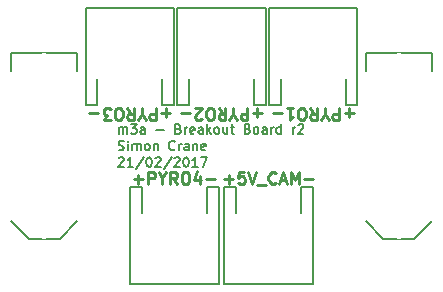
<source format=gto>
G04 #@! TF.GenerationSoftware,KiCad,Pcbnew,no-vcs-found-d3b382c~59~ubuntu16.04.1*
G04 #@! TF.CreationDate,2017-07-25T02:28:45+01:00*
G04 #@! TF.ProjectId,breakout,627265616B6F75742E6B696361645F70,rev?*
G04 #@! TF.SameCoordinates,Original
G04 #@! TF.FileFunction,Legend,Top*
G04 #@! TF.FilePolarity,Positive*
%FSLAX46Y46*%
G04 Gerber Fmt 4.6, Leading zero omitted, Abs format (unit mm)*
G04 Created by KiCad (PCBNEW no-vcs-found-d3b382c~59~ubuntu16.04.1) date Tue Jul 25 02:28:45 2017*
%MOMM*%
%LPD*%
G01*
G04 APERTURE LIST*
%ADD10C,0.250000*%
%ADD11C,0.200000*%
%ADD12C,0.150000*%
%ADD13R,0.620000X0.620000*%
%ADD14C,1.800000*%
%ADD15R,2.920000X0.740000*%
%ADD16C,1.200000*%
G04 APERTURE END LIST*
D10*
X100214285Y-102821428D02*
X100976190Y-102821428D01*
X100595238Y-103202380D02*
X100595238Y-102440476D01*
X101928571Y-102202380D02*
X101452380Y-102202380D01*
X101404761Y-102678571D01*
X101452380Y-102630952D01*
X101547619Y-102583333D01*
X101785714Y-102583333D01*
X101880952Y-102630952D01*
X101928571Y-102678571D01*
X101976190Y-102773809D01*
X101976190Y-103011904D01*
X101928571Y-103107142D01*
X101880952Y-103154761D01*
X101785714Y-103202380D01*
X101547619Y-103202380D01*
X101452380Y-103154761D01*
X101404761Y-103107142D01*
X102261904Y-102202380D02*
X102595238Y-103202380D01*
X102928571Y-102202380D01*
X103023809Y-103297619D02*
X103785714Y-103297619D01*
X104595238Y-103107142D02*
X104547619Y-103154761D01*
X104404761Y-103202380D01*
X104309523Y-103202380D01*
X104166666Y-103154761D01*
X104071428Y-103059523D01*
X104023809Y-102964285D01*
X103976190Y-102773809D01*
X103976190Y-102630952D01*
X104023809Y-102440476D01*
X104071428Y-102345238D01*
X104166666Y-102250000D01*
X104309523Y-102202380D01*
X104404761Y-102202380D01*
X104547619Y-102250000D01*
X104595238Y-102297619D01*
X104976190Y-102916666D02*
X105452380Y-102916666D01*
X104880952Y-103202380D02*
X105214285Y-102202380D01*
X105547619Y-103202380D01*
X105880952Y-103202380D02*
X105880952Y-102202380D01*
X106214285Y-102916666D01*
X106547619Y-102202380D01*
X106547619Y-103202380D01*
X107023809Y-102821428D02*
X107785714Y-102821428D01*
X92571428Y-102821428D02*
X93333333Y-102821428D01*
X92952380Y-103202380D02*
X92952380Y-102440476D01*
X93809523Y-103202380D02*
X93809523Y-102202380D01*
X94190476Y-102202380D01*
X94285714Y-102250000D01*
X94333333Y-102297619D01*
X94380952Y-102392857D01*
X94380952Y-102535714D01*
X94333333Y-102630952D01*
X94285714Y-102678571D01*
X94190476Y-102726190D01*
X93809523Y-102726190D01*
X95000000Y-102726190D02*
X95000000Y-103202380D01*
X94666666Y-102202380D02*
X95000000Y-102726190D01*
X95333333Y-102202380D01*
X96238095Y-103202380D02*
X95904761Y-102726190D01*
X95666666Y-103202380D02*
X95666666Y-102202380D01*
X96047619Y-102202380D01*
X96142857Y-102250000D01*
X96190476Y-102297619D01*
X96238095Y-102392857D01*
X96238095Y-102535714D01*
X96190476Y-102630952D01*
X96142857Y-102678571D01*
X96047619Y-102726190D01*
X95666666Y-102726190D01*
X96857142Y-102202380D02*
X97047619Y-102202380D01*
X97142857Y-102250000D01*
X97238095Y-102345238D01*
X97285714Y-102535714D01*
X97285714Y-102869047D01*
X97238095Y-103059523D01*
X97142857Y-103154761D01*
X97047619Y-103202380D01*
X96857142Y-103202380D01*
X96761904Y-103154761D01*
X96666666Y-103059523D01*
X96619047Y-102869047D01*
X96619047Y-102535714D01*
X96666666Y-102345238D01*
X96761904Y-102250000D01*
X96857142Y-102202380D01*
X98142857Y-102535714D02*
X98142857Y-103202380D01*
X97904761Y-102154761D02*
X97666666Y-102869047D01*
X98285714Y-102869047D01*
X98666666Y-102821428D02*
X99428571Y-102821428D01*
X95678571Y-97178571D02*
X94916666Y-97178571D01*
X95297619Y-96797619D02*
X95297619Y-97559523D01*
X94440476Y-96797619D02*
X94440476Y-97797619D01*
X94059523Y-97797619D01*
X93964285Y-97750000D01*
X93916666Y-97702380D01*
X93869047Y-97607142D01*
X93869047Y-97464285D01*
X93916666Y-97369047D01*
X93964285Y-97321428D01*
X94059523Y-97273809D01*
X94440476Y-97273809D01*
X93250000Y-97273809D02*
X93250000Y-96797619D01*
X93583333Y-97797619D02*
X93250000Y-97273809D01*
X92916666Y-97797619D01*
X92011904Y-96797619D02*
X92345238Y-97273809D01*
X92583333Y-96797619D02*
X92583333Y-97797619D01*
X92202380Y-97797619D01*
X92107142Y-97750000D01*
X92059523Y-97702380D01*
X92011904Y-97607142D01*
X92011904Y-97464285D01*
X92059523Y-97369047D01*
X92107142Y-97321428D01*
X92202380Y-97273809D01*
X92583333Y-97273809D01*
X91392857Y-97797619D02*
X91202380Y-97797619D01*
X91107142Y-97750000D01*
X91011904Y-97654761D01*
X90964285Y-97464285D01*
X90964285Y-97130952D01*
X91011904Y-96940476D01*
X91107142Y-96845238D01*
X91202380Y-96797619D01*
X91392857Y-96797619D01*
X91488095Y-96845238D01*
X91583333Y-96940476D01*
X91630952Y-97130952D01*
X91630952Y-97464285D01*
X91583333Y-97654761D01*
X91488095Y-97750000D01*
X91392857Y-97797619D01*
X90630952Y-97797619D02*
X90011904Y-97797619D01*
X90345238Y-97416666D01*
X90202380Y-97416666D01*
X90107142Y-97369047D01*
X90059523Y-97321428D01*
X90011904Y-97226190D01*
X90011904Y-96988095D01*
X90059523Y-96892857D01*
X90107142Y-96845238D01*
X90202380Y-96797619D01*
X90488095Y-96797619D01*
X90583333Y-96845238D01*
X90630952Y-96892857D01*
X89583333Y-97178571D02*
X88821428Y-97178571D01*
X103428571Y-97178571D02*
X102666666Y-97178571D01*
X103047619Y-96797619D02*
X103047619Y-97559523D01*
X102190476Y-96797619D02*
X102190476Y-97797619D01*
X101809523Y-97797619D01*
X101714285Y-97750000D01*
X101666666Y-97702380D01*
X101619047Y-97607142D01*
X101619047Y-97464285D01*
X101666666Y-97369047D01*
X101714285Y-97321428D01*
X101809523Y-97273809D01*
X102190476Y-97273809D01*
X101000000Y-97273809D02*
X101000000Y-96797619D01*
X101333333Y-97797619D02*
X101000000Y-97273809D01*
X100666666Y-97797619D01*
X99761904Y-96797619D02*
X100095238Y-97273809D01*
X100333333Y-96797619D02*
X100333333Y-97797619D01*
X99952380Y-97797619D01*
X99857142Y-97750000D01*
X99809523Y-97702380D01*
X99761904Y-97607142D01*
X99761904Y-97464285D01*
X99809523Y-97369047D01*
X99857142Y-97321428D01*
X99952380Y-97273809D01*
X100333333Y-97273809D01*
X99142857Y-97797619D02*
X98952380Y-97797619D01*
X98857142Y-97750000D01*
X98761904Y-97654761D01*
X98714285Y-97464285D01*
X98714285Y-97130952D01*
X98761904Y-96940476D01*
X98857142Y-96845238D01*
X98952380Y-96797619D01*
X99142857Y-96797619D01*
X99238095Y-96845238D01*
X99333333Y-96940476D01*
X99380952Y-97130952D01*
X99380952Y-97464285D01*
X99333333Y-97654761D01*
X99238095Y-97750000D01*
X99142857Y-97797619D01*
X98333333Y-97702380D02*
X98285714Y-97750000D01*
X98190476Y-97797619D01*
X97952380Y-97797619D01*
X97857142Y-97750000D01*
X97809523Y-97702380D01*
X97761904Y-97607142D01*
X97761904Y-97511904D01*
X97809523Y-97369047D01*
X98380952Y-96797619D01*
X97761904Y-96797619D01*
X97333333Y-97178571D02*
X96571428Y-97178571D01*
X111178571Y-97178571D02*
X110416666Y-97178571D01*
X110797619Y-96797619D02*
X110797619Y-97559523D01*
X109940476Y-96797619D02*
X109940476Y-97797619D01*
X109559523Y-97797619D01*
X109464285Y-97750000D01*
X109416666Y-97702380D01*
X109369047Y-97607142D01*
X109369047Y-97464285D01*
X109416666Y-97369047D01*
X109464285Y-97321428D01*
X109559523Y-97273809D01*
X109940476Y-97273809D01*
X108750000Y-97273809D02*
X108750000Y-96797619D01*
X109083333Y-97797619D02*
X108750000Y-97273809D01*
X108416666Y-97797619D01*
X107511904Y-96797619D02*
X107845238Y-97273809D01*
X108083333Y-96797619D02*
X108083333Y-97797619D01*
X107702380Y-97797619D01*
X107607142Y-97750000D01*
X107559523Y-97702380D01*
X107511904Y-97607142D01*
X107511904Y-97464285D01*
X107559523Y-97369047D01*
X107607142Y-97321428D01*
X107702380Y-97273809D01*
X108083333Y-97273809D01*
X106892857Y-97797619D02*
X106702380Y-97797619D01*
X106607142Y-97750000D01*
X106511904Y-97654761D01*
X106464285Y-97464285D01*
X106464285Y-97130952D01*
X106511904Y-96940476D01*
X106607142Y-96845238D01*
X106702380Y-96797619D01*
X106892857Y-96797619D01*
X106988095Y-96845238D01*
X107083333Y-96940476D01*
X107130952Y-97130952D01*
X107130952Y-97464285D01*
X107083333Y-97654761D01*
X106988095Y-97750000D01*
X106892857Y-97797619D01*
X105511904Y-96797619D02*
X106083333Y-96797619D01*
X105797619Y-96797619D02*
X105797619Y-97797619D01*
X105892857Y-97654761D01*
X105988095Y-97559523D01*
X106083333Y-97511904D01*
X105083333Y-97178571D02*
X104321428Y-97178571D01*
D11*
X91320476Y-98961904D02*
X91320476Y-98428571D01*
X91320476Y-98504761D02*
X91358571Y-98466666D01*
X91434761Y-98428571D01*
X91549047Y-98428571D01*
X91625238Y-98466666D01*
X91663333Y-98542857D01*
X91663333Y-98961904D01*
X91663333Y-98542857D02*
X91701428Y-98466666D01*
X91777619Y-98428571D01*
X91891904Y-98428571D01*
X91968095Y-98466666D01*
X92006190Y-98542857D01*
X92006190Y-98961904D01*
X92310952Y-98161904D02*
X92806190Y-98161904D01*
X92539523Y-98466666D01*
X92653809Y-98466666D01*
X92730000Y-98504761D01*
X92768095Y-98542857D01*
X92806190Y-98619047D01*
X92806190Y-98809523D01*
X92768095Y-98885714D01*
X92730000Y-98923809D01*
X92653809Y-98961904D01*
X92425238Y-98961904D01*
X92349047Y-98923809D01*
X92310952Y-98885714D01*
X93491904Y-98961904D02*
X93491904Y-98542857D01*
X93453809Y-98466666D01*
X93377619Y-98428571D01*
X93225238Y-98428571D01*
X93149047Y-98466666D01*
X93491904Y-98923809D02*
X93415714Y-98961904D01*
X93225238Y-98961904D01*
X93149047Y-98923809D01*
X93110952Y-98847619D01*
X93110952Y-98771428D01*
X93149047Y-98695238D01*
X93225238Y-98657142D01*
X93415714Y-98657142D01*
X93491904Y-98619047D01*
X94482380Y-98657142D02*
X95091904Y-98657142D01*
X96349047Y-98542857D02*
X96463333Y-98580952D01*
X96501428Y-98619047D01*
X96539523Y-98695238D01*
X96539523Y-98809523D01*
X96501428Y-98885714D01*
X96463333Y-98923809D01*
X96387142Y-98961904D01*
X96082380Y-98961904D01*
X96082380Y-98161904D01*
X96349047Y-98161904D01*
X96425238Y-98200000D01*
X96463333Y-98238095D01*
X96501428Y-98314285D01*
X96501428Y-98390476D01*
X96463333Y-98466666D01*
X96425238Y-98504761D01*
X96349047Y-98542857D01*
X96082380Y-98542857D01*
X96882380Y-98961904D02*
X96882380Y-98428571D01*
X96882380Y-98580952D02*
X96920476Y-98504761D01*
X96958571Y-98466666D01*
X97034761Y-98428571D01*
X97110952Y-98428571D01*
X97682380Y-98923809D02*
X97606190Y-98961904D01*
X97453809Y-98961904D01*
X97377619Y-98923809D01*
X97339523Y-98847619D01*
X97339523Y-98542857D01*
X97377619Y-98466666D01*
X97453809Y-98428571D01*
X97606190Y-98428571D01*
X97682380Y-98466666D01*
X97720476Y-98542857D01*
X97720476Y-98619047D01*
X97339523Y-98695238D01*
X98406190Y-98961904D02*
X98406190Y-98542857D01*
X98368095Y-98466666D01*
X98291904Y-98428571D01*
X98139523Y-98428571D01*
X98063333Y-98466666D01*
X98406190Y-98923809D02*
X98330000Y-98961904D01*
X98139523Y-98961904D01*
X98063333Y-98923809D01*
X98025238Y-98847619D01*
X98025238Y-98771428D01*
X98063333Y-98695238D01*
X98139523Y-98657142D01*
X98330000Y-98657142D01*
X98406190Y-98619047D01*
X98787142Y-98961904D02*
X98787142Y-98161904D01*
X98863333Y-98657142D02*
X99091904Y-98961904D01*
X99091904Y-98428571D02*
X98787142Y-98733333D01*
X99549047Y-98961904D02*
X99472857Y-98923809D01*
X99434761Y-98885714D01*
X99396666Y-98809523D01*
X99396666Y-98580952D01*
X99434761Y-98504761D01*
X99472857Y-98466666D01*
X99549047Y-98428571D01*
X99663333Y-98428571D01*
X99739523Y-98466666D01*
X99777619Y-98504761D01*
X99815714Y-98580952D01*
X99815714Y-98809523D01*
X99777619Y-98885714D01*
X99739523Y-98923809D01*
X99663333Y-98961904D01*
X99549047Y-98961904D01*
X100501428Y-98428571D02*
X100501428Y-98961904D01*
X100158571Y-98428571D02*
X100158571Y-98847619D01*
X100196666Y-98923809D01*
X100272857Y-98961904D01*
X100387142Y-98961904D01*
X100463333Y-98923809D01*
X100501428Y-98885714D01*
X100768095Y-98428571D02*
X101072857Y-98428571D01*
X100882380Y-98161904D02*
X100882380Y-98847619D01*
X100920476Y-98923809D01*
X100996666Y-98961904D01*
X101072857Y-98961904D01*
X102215714Y-98542857D02*
X102330000Y-98580952D01*
X102368095Y-98619047D01*
X102406190Y-98695238D01*
X102406190Y-98809523D01*
X102368095Y-98885714D01*
X102330000Y-98923809D01*
X102253809Y-98961904D01*
X101949047Y-98961904D01*
X101949047Y-98161904D01*
X102215714Y-98161904D01*
X102291904Y-98200000D01*
X102330000Y-98238095D01*
X102368095Y-98314285D01*
X102368095Y-98390476D01*
X102330000Y-98466666D01*
X102291904Y-98504761D01*
X102215714Y-98542857D01*
X101949047Y-98542857D01*
X102863333Y-98961904D02*
X102787142Y-98923809D01*
X102749047Y-98885714D01*
X102710952Y-98809523D01*
X102710952Y-98580952D01*
X102749047Y-98504761D01*
X102787142Y-98466666D01*
X102863333Y-98428571D01*
X102977619Y-98428571D01*
X103053809Y-98466666D01*
X103091904Y-98504761D01*
X103130000Y-98580952D01*
X103130000Y-98809523D01*
X103091904Y-98885714D01*
X103053809Y-98923809D01*
X102977619Y-98961904D01*
X102863333Y-98961904D01*
X103815714Y-98961904D02*
X103815714Y-98542857D01*
X103777619Y-98466666D01*
X103701428Y-98428571D01*
X103549047Y-98428571D01*
X103472857Y-98466666D01*
X103815714Y-98923809D02*
X103739523Y-98961904D01*
X103549047Y-98961904D01*
X103472857Y-98923809D01*
X103434761Y-98847619D01*
X103434761Y-98771428D01*
X103472857Y-98695238D01*
X103549047Y-98657142D01*
X103739523Y-98657142D01*
X103815714Y-98619047D01*
X104196666Y-98961904D02*
X104196666Y-98428571D01*
X104196666Y-98580952D02*
X104234761Y-98504761D01*
X104272857Y-98466666D01*
X104349047Y-98428571D01*
X104425238Y-98428571D01*
X105034761Y-98961904D02*
X105034761Y-98161904D01*
X105034761Y-98923809D02*
X104958571Y-98961904D01*
X104806190Y-98961904D01*
X104730000Y-98923809D01*
X104691904Y-98885714D01*
X104653809Y-98809523D01*
X104653809Y-98580952D01*
X104691904Y-98504761D01*
X104730000Y-98466666D01*
X104806190Y-98428571D01*
X104958571Y-98428571D01*
X105034761Y-98466666D01*
X106025238Y-98961904D02*
X106025238Y-98428571D01*
X106025238Y-98580952D02*
X106063333Y-98504761D01*
X106101428Y-98466666D01*
X106177619Y-98428571D01*
X106253809Y-98428571D01*
X106482380Y-98238095D02*
X106520476Y-98200000D01*
X106596666Y-98161904D01*
X106787142Y-98161904D01*
X106863333Y-98200000D01*
X106901428Y-98238095D01*
X106939523Y-98314285D01*
X106939523Y-98390476D01*
X106901428Y-98504761D01*
X106444285Y-98961904D01*
X106939523Y-98961904D01*
X91282380Y-100323809D02*
X91396666Y-100361904D01*
X91587142Y-100361904D01*
X91663333Y-100323809D01*
X91701428Y-100285714D01*
X91739523Y-100209523D01*
X91739523Y-100133333D01*
X91701428Y-100057142D01*
X91663333Y-100019047D01*
X91587142Y-99980952D01*
X91434761Y-99942857D01*
X91358571Y-99904761D01*
X91320476Y-99866666D01*
X91282380Y-99790476D01*
X91282380Y-99714285D01*
X91320476Y-99638095D01*
X91358571Y-99600000D01*
X91434761Y-99561904D01*
X91625238Y-99561904D01*
X91739523Y-99600000D01*
X92082380Y-100361904D02*
X92082380Y-99828571D01*
X92082380Y-99561904D02*
X92044285Y-99600000D01*
X92082380Y-99638095D01*
X92120476Y-99600000D01*
X92082380Y-99561904D01*
X92082380Y-99638095D01*
X92463333Y-100361904D02*
X92463333Y-99828571D01*
X92463333Y-99904761D02*
X92501428Y-99866666D01*
X92577619Y-99828571D01*
X92691904Y-99828571D01*
X92768095Y-99866666D01*
X92806190Y-99942857D01*
X92806190Y-100361904D01*
X92806190Y-99942857D02*
X92844285Y-99866666D01*
X92920476Y-99828571D01*
X93034761Y-99828571D01*
X93110952Y-99866666D01*
X93149047Y-99942857D01*
X93149047Y-100361904D01*
X93644285Y-100361904D02*
X93568095Y-100323809D01*
X93530000Y-100285714D01*
X93491904Y-100209523D01*
X93491904Y-99980952D01*
X93530000Y-99904761D01*
X93568095Y-99866666D01*
X93644285Y-99828571D01*
X93758571Y-99828571D01*
X93834761Y-99866666D01*
X93872857Y-99904761D01*
X93910952Y-99980952D01*
X93910952Y-100209523D01*
X93872857Y-100285714D01*
X93834761Y-100323809D01*
X93758571Y-100361904D01*
X93644285Y-100361904D01*
X94253809Y-99828571D02*
X94253809Y-100361904D01*
X94253809Y-99904761D02*
X94291904Y-99866666D01*
X94368095Y-99828571D01*
X94482380Y-99828571D01*
X94558571Y-99866666D01*
X94596666Y-99942857D01*
X94596666Y-100361904D01*
X96044285Y-100285714D02*
X96006190Y-100323809D01*
X95891904Y-100361904D01*
X95815714Y-100361904D01*
X95701428Y-100323809D01*
X95625238Y-100247619D01*
X95587142Y-100171428D01*
X95549047Y-100019047D01*
X95549047Y-99904761D01*
X95587142Y-99752380D01*
X95625238Y-99676190D01*
X95701428Y-99600000D01*
X95815714Y-99561904D01*
X95891904Y-99561904D01*
X96006190Y-99600000D01*
X96044285Y-99638095D01*
X96387142Y-100361904D02*
X96387142Y-99828571D01*
X96387142Y-99980952D02*
X96425238Y-99904761D01*
X96463333Y-99866666D01*
X96539523Y-99828571D01*
X96615714Y-99828571D01*
X97225238Y-100361904D02*
X97225238Y-99942857D01*
X97187142Y-99866666D01*
X97110952Y-99828571D01*
X96958571Y-99828571D01*
X96882380Y-99866666D01*
X97225238Y-100323809D02*
X97149047Y-100361904D01*
X96958571Y-100361904D01*
X96882380Y-100323809D01*
X96844285Y-100247619D01*
X96844285Y-100171428D01*
X96882380Y-100095238D01*
X96958571Y-100057142D01*
X97149047Y-100057142D01*
X97225238Y-100019047D01*
X97606190Y-99828571D02*
X97606190Y-100361904D01*
X97606190Y-99904761D02*
X97644285Y-99866666D01*
X97720476Y-99828571D01*
X97834761Y-99828571D01*
X97910952Y-99866666D01*
X97949047Y-99942857D01*
X97949047Y-100361904D01*
X98634761Y-100323809D02*
X98558571Y-100361904D01*
X98406190Y-100361904D01*
X98330000Y-100323809D01*
X98291904Y-100247619D01*
X98291904Y-99942857D01*
X98330000Y-99866666D01*
X98406190Y-99828571D01*
X98558571Y-99828571D01*
X98634761Y-99866666D01*
X98672857Y-99942857D01*
X98672857Y-100019047D01*
X98291904Y-100095238D01*
X91282380Y-101038095D02*
X91320476Y-101000000D01*
X91396666Y-100961904D01*
X91587142Y-100961904D01*
X91663333Y-101000000D01*
X91701428Y-101038095D01*
X91739523Y-101114285D01*
X91739523Y-101190476D01*
X91701428Y-101304761D01*
X91244285Y-101761904D01*
X91739523Y-101761904D01*
X92501428Y-101761904D02*
X92044285Y-101761904D01*
X92272857Y-101761904D02*
X92272857Y-100961904D01*
X92196666Y-101076190D01*
X92120476Y-101152380D01*
X92044285Y-101190476D01*
X93415714Y-100923809D02*
X92730000Y-101952380D01*
X93834761Y-100961904D02*
X93910952Y-100961904D01*
X93987142Y-101000000D01*
X94025238Y-101038095D01*
X94063333Y-101114285D01*
X94101428Y-101266666D01*
X94101428Y-101457142D01*
X94063333Y-101609523D01*
X94025238Y-101685714D01*
X93987142Y-101723809D01*
X93910952Y-101761904D01*
X93834761Y-101761904D01*
X93758571Y-101723809D01*
X93720476Y-101685714D01*
X93682380Y-101609523D01*
X93644285Y-101457142D01*
X93644285Y-101266666D01*
X93682380Y-101114285D01*
X93720476Y-101038095D01*
X93758571Y-101000000D01*
X93834761Y-100961904D01*
X94406190Y-101038095D02*
X94444285Y-101000000D01*
X94520476Y-100961904D01*
X94710952Y-100961904D01*
X94787142Y-101000000D01*
X94825238Y-101038095D01*
X94863333Y-101114285D01*
X94863333Y-101190476D01*
X94825238Y-101304761D01*
X94368095Y-101761904D01*
X94863333Y-101761904D01*
X95777619Y-100923809D02*
X95091904Y-101952380D01*
X96006190Y-101038095D02*
X96044285Y-101000000D01*
X96120476Y-100961904D01*
X96310952Y-100961904D01*
X96387142Y-101000000D01*
X96425238Y-101038095D01*
X96463333Y-101114285D01*
X96463333Y-101190476D01*
X96425238Y-101304761D01*
X95968095Y-101761904D01*
X96463333Y-101761904D01*
X96958571Y-100961904D02*
X97034761Y-100961904D01*
X97110952Y-101000000D01*
X97149047Y-101038095D01*
X97187142Y-101114285D01*
X97225238Y-101266666D01*
X97225238Y-101457142D01*
X97187142Y-101609523D01*
X97149047Y-101685714D01*
X97110952Y-101723809D01*
X97034761Y-101761904D01*
X96958571Y-101761904D01*
X96882380Y-101723809D01*
X96844285Y-101685714D01*
X96806190Y-101609523D01*
X96768095Y-101457142D01*
X96768095Y-101266666D01*
X96806190Y-101114285D01*
X96844285Y-101038095D01*
X96882380Y-101000000D01*
X96958571Y-100961904D01*
X97987142Y-101761904D02*
X97530000Y-101761904D01*
X97758571Y-101761904D02*
X97758571Y-100961904D01*
X97682380Y-101076190D01*
X97606190Y-101152380D01*
X97530000Y-101190476D01*
X98253809Y-100961904D02*
X98787142Y-100961904D01*
X98444285Y-101761904D01*
D12*
X107750000Y-111700000D02*
X100250000Y-111700000D01*
X100250000Y-111700000D02*
X100250000Y-103500000D01*
X100250000Y-103500000D02*
X101250000Y-103500000D01*
X101250000Y-103500000D02*
X101250000Y-105700000D01*
X107750000Y-111700000D02*
X107750000Y-103500000D01*
X107750000Y-103500000D02*
X106750000Y-103500000D01*
X106750000Y-103500000D02*
X106750000Y-105700000D01*
X98750000Y-103500000D02*
X98750000Y-105700000D01*
X99750000Y-103500000D02*
X98750000Y-103500000D01*
X99750000Y-111700000D02*
X99750000Y-103500000D01*
X93250000Y-103500000D02*
X93250000Y-105700000D01*
X92250000Y-103500000D02*
X93250000Y-103500000D01*
X92250000Y-111700000D02*
X92250000Y-103500000D01*
X99750000Y-111700000D02*
X92250000Y-111700000D01*
X96250000Y-88300000D02*
X103750000Y-88300000D01*
X103750000Y-88300000D02*
X103750000Y-96500000D01*
X103750000Y-96500000D02*
X102750000Y-96500000D01*
X102750000Y-96500000D02*
X102750000Y-94300000D01*
X96250000Y-88300000D02*
X96250000Y-96500000D01*
X96250000Y-96500000D02*
X97250000Y-96500000D01*
X97250000Y-96500000D02*
X97250000Y-94300000D01*
X89500000Y-96500000D02*
X89500000Y-94300000D01*
X88500000Y-96500000D02*
X89500000Y-96500000D01*
X88500000Y-88300000D02*
X88500000Y-96500000D01*
X95000000Y-96500000D02*
X95000000Y-94300000D01*
X96000000Y-96500000D02*
X95000000Y-96500000D01*
X96000000Y-88300000D02*
X96000000Y-96500000D01*
X88500000Y-88300000D02*
X96000000Y-88300000D01*
X104000000Y-88300000D02*
X111500000Y-88300000D01*
X111500000Y-88300000D02*
X111500000Y-96500000D01*
X111500000Y-96500000D02*
X110500000Y-96500000D01*
X110500000Y-96500000D02*
X110500000Y-94300000D01*
X104000000Y-88300000D02*
X104000000Y-96500000D01*
X104000000Y-96500000D02*
X105000000Y-96500000D01*
X105000000Y-96500000D02*
X105000000Y-94300000D01*
X86285000Y-107865000D02*
X87785000Y-106365000D01*
X83715000Y-107865000D02*
X86285000Y-107865000D01*
X82215000Y-106365000D02*
X83715000Y-107865000D01*
X82215000Y-92135000D02*
X82215000Y-93635000D01*
X87785000Y-92135000D02*
X82215000Y-92135000D01*
X87785000Y-93635000D02*
X87785000Y-92135000D01*
X116285000Y-107865000D02*
X117785000Y-106365000D01*
X113715000Y-107865000D02*
X116285000Y-107865000D01*
X112215000Y-106365000D02*
X113715000Y-107865000D01*
X112215000Y-92135000D02*
X112215000Y-93635000D01*
X117785000Y-92135000D02*
X112215000Y-92135000D01*
X117785000Y-93635000D02*
X117785000Y-92135000D01*
%LPC*%
D13*
X103550000Y-103750000D03*
X104450000Y-103750000D03*
X96450000Y-103750000D03*
X95550000Y-103750000D03*
X100450000Y-96250000D03*
X99550000Y-96250000D03*
X91800000Y-96250000D03*
X92700000Y-96250000D03*
X108200000Y-96250000D03*
X107300000Y-96250000D03*
D14*
X102750000Y-105000000D03*
X105250000Y-105000000D03*
X97250000Y-105000000D03*
X94750000Y-105000000D03*
X101250000Y-95000000D03*
X98750000Y-95000000D03*
X91000000Y-95000000D03*
X93500000Y-95000000D03*
X109000000Y-95000000D03*
X106500000Y-95000000D03*
D15*
X86715000Y-105715000D03*
X83285000Y-105715000D03*
X86715000Y-104445000D03*
X83285000Y-104445000D03*
X86715000Y-103175000D03*
X83285000Y-103175000D03*
X86715000Y-101905000D03*
X83285000Y-101905000D03*
X86715000Y-100635000D03*
X83285000Y-100635000D03*
X86715000Y-99365000D03*
X83285000Y-99365000D03*
X86715000Y-98095000D03*
X83285000Y-98095000D03*
X86715000Y-96825000D03*
X83285000Y-96825000D03*
X86715000Y-95555000D03*
X83285000Y-95555000D03*
X86715000Y-94285000D03*
X83285000Y-94285000D03*
X116715000Y-105715000D03*
X113285000Y-105715000D03*
X116715000Y-104445000D03*
X113285000Y-104445000D03*
X116715000Y-103175000D03*
X113285000Y-103175000D03*
X116715000Y-101905000D03*
X113285000Y-101905000D03*
X116715000Y-100635000D03*
X113285000Y-100635000D03*
X116715000Y-99365000D03*
X113285000Y-99365000D03*
X116715000Y-98095000D03*
X113285000Y-98095000D03*
X116715000Y-96825000D03*
X113285000Y-96825000D03*
X116715000Y-95555000D03*
X113285000Y-95555000D03*
X116715000Y-94285000D03*
X113285000Y-94285000D03*
D16*
X85000000Y-92695000D03*
X85000000Y-107305000D03*
X115000000Y-92695000D03*
X115000000Y-107305000D03*
M02*

</source>
